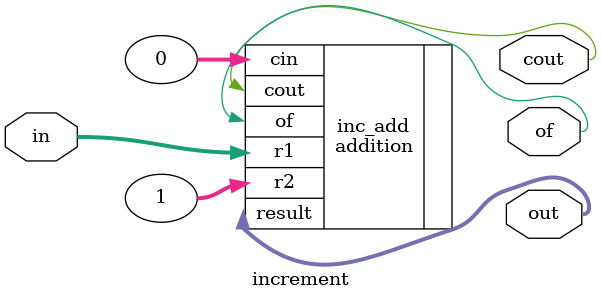
<source format=v>
`timescale 1ns / 1ps


module increment(
    input [15:0] in,
    output [15:0] out,
    output cout,
    output of
    );
    
    addition inc_add(.r1(in), .r2(1), .cin(0), .result(out), .cout(cout), .of(of));
    
endmodule

</source>
